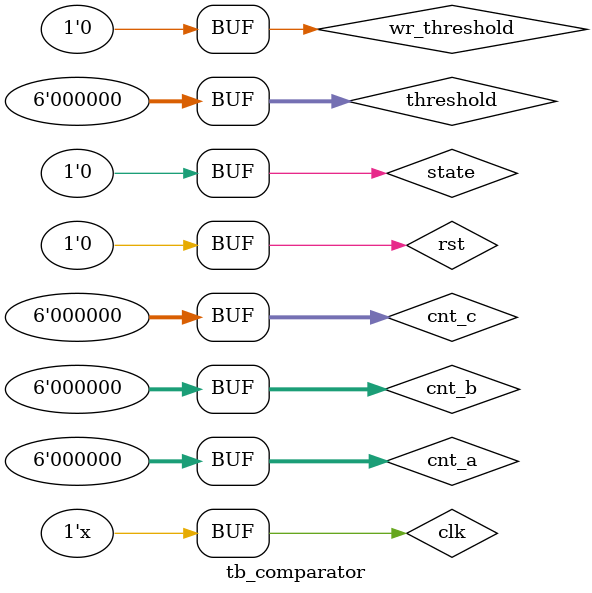
<source format=v>
`timescale 1ns / 1ps
`default_nettype none

`include "../../sources_1/new/comparator.v"


module tb_comparator(

    );

    localparam VECTOR_WIDTH    = 35;
    localparam BUS_WIDTH       = 20;
    localparam CNT_WIDTH        = $clog2(VECTOR_WIDTH);

    localparam CLK_PERIOD       = 10;
    localparam HALF_CLK_PERIOD  = CLK_PERIOD/2;

    localparam LOAD_RAM         = 1'b0;
    localparam DUT_TEST         = 1'b1;
    localparam THRESHOLD        = 24;

    //
    reg rst = 1;
    reg clk = 0;

    reg [CNT_WIDTH-1:0] cnt_a = 0;
    reg [CNT_WIDTH-1:0] cnt_b = 0;
    reg [CNT_WIDTH-1:0] cnt_c = 0;

    reg [CNT_WIDTH-1:0] threshold       = 0;
    reg                 wr_threshold    = 0;

    wire dout;

    // testbench state machine
    reg state = LOAD_RAM;


    // DUT
    comparator_wrapper #(
        .VECTOR_WIDTH   (VECTOR_WIDTH),
        .BUS_WIDTH      (BUS_WIDTH)
    ) u_dut (
        .clk            (clk),
        .rst            (rst),
        .i_CntA         (cnt_a),
        .i_CntB         (cnt_b),
        .i_CntC         (cnt_c),
        .i_WrThreshold  (wr_threshold),
        .i_Threshold    (threshold),
        .o_Dout         (dout)
    );

    // clk gen
    always begin 
        clk <= ~clk;
        #HALF_CLK_PERIOD;
    end

    // stimulus


    initial begin
        #50;
        rst <= 1'b0;
        wr_threshold <= 1'b1;
        #CLK_PERIOD;
        wr_threshold <= 1'b0;
    end

    initial begin
        #500;
        #CLK_PERIOD;
        cnt_a = 33;
        cnt_b = 17;
        cnt_c = 17;
        #CLK_PERIOD;
        cnt_a = 8;
        cnt_b = 19;
        cnt_c = 6;
        #CLK_PERIOD;
        cnt_a = 15;
        cnt_b = 32;
        cnt_c = 12;
        #CLK_PERIOD;
        cnt_a = 35;
        cnt_b = 17;
        cnt_c = 17;
        #CLK_PERIOD;
        cnt_a = 8;
        cnt_b = 5;
        cnt_c = 1;
        #CLK_PERIOD;
        cnt_a = 35;
        cnt_b = 35;
        cnt_c = 35;
        #CLK_PERIOD;
        cnt_a = 24;
        cnt_b = 0;
        cnt_c = 0;
        #CLK_PERIOD;
        cnt_a = 0;
        cnt_b = 0;
        cnt_c = 0;
    end



endmodule


</source>
